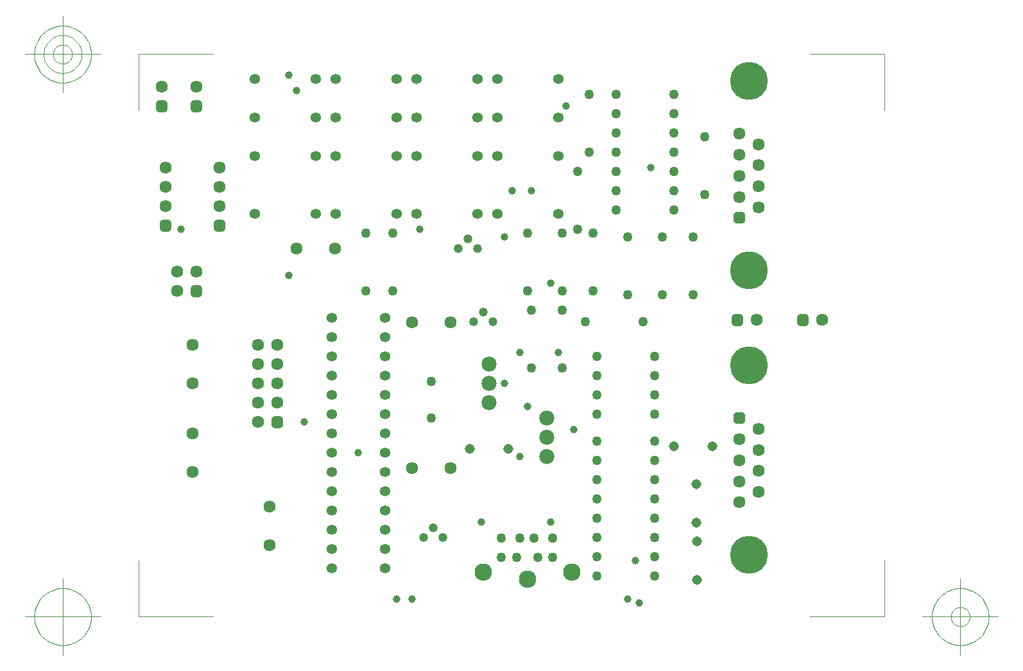
<source format=gbr>
G04 Generated by Ultiboard *
%FSLAX25Y25*%
%MOIN*%

%ADD13C,0.00394*%
%ADD15C,0.03937*%
%ADD23C,0.05000*%
%ADD26C,0.05337*%
%ADD19C,0.07834*%
%ADD16C,0.04943*%
%ADD17C,0.09055*%
%ADD18C,0.06334*%
%ADD24R,0.02083X0.02083*%
%ADD25C,0.03917*%
%ADD27C,0.04666*%
%ADD28C,0.05166*%
%ADD20C,0.19666*%
%ADD21R,0.02667X0.02667*%
%ADD22C,0.03333*%


%LNSolder Mask Bottom*%
%LPD*%
%FSLAX25Y25*%
%MOIN*%
G54D13*
X44000Y108994D02*
X44000Y138194D01*
X44000Y108994D02*
X82751Y108994D01*
X431507Y108994D02*
X392757Y108994D01*
X431507Y108994D02*
X431507Y138194D01*
X431507Y401000D02*
X431507Y371799D01*
X431507Y401000D02*
X392757Y401000D01*
X44000Y401000D02*
X82751Y401000D01*
X44000Y401000D02*
X44000Y371799D01*
X24315Y108994D02*
X-15055Y108994D01*
X4630Y89309D02*
X4630Y128679D01*
X19394Y108994D02*
X19323Y110441D01*
X19323Y110441D02*
X19110Y111874D01*
X19110Y111874D02*
X18758Y113279D01*
X18758Y113279D02*
X18270Y114644D01*
X18270Y114644D02*
X17650Y115953D01*
X17650Y115953D02*
X16906Y117196D01*
X16906Y117196D02*
X16042Y118360D01*
X16042Y118360D02*
X15069Y119433D01*
X15069Y119433D02*
X13996Y120406D01*
X13996Y120406D02*
X12832Y121269D01*
X12832Y121269D02*
X11590Y122014D01*
X11590Y122014D02*
X10280Y122634D01*
X10280Y122634D02*
X8916Y123122D01*
X8916Y123122D02*
X7510Y123474D01*
X7510Y123474D02*
X6077Y123686D01*
X6077Y123686D02*
X4630Y123757D01*
X4630Y123757D02*
X3183Y123686D01*
X3183Y123686D02*
X1750Y123474D01*
X1750Y123474D02*
X344Y123122D01*
X344Y123122D02*
X-1020Y122634D01*
X-1020Y122634D02*
X-2330Y122014D01*
X-2330Y122014D02*
X-3572Y121269D01*
X-3572Y121269D02*
X-4736Y120406D01*
X-4736Y120406D02*
X-5810Y119433D01*
X-5810Y119433D02*
X-6783Y118360D01*
X-6783Y118360D02*
X-7646Y117196D01*
X-7646Y117196D02*
X-8391Y115953D01*
X-8391Y115953D02*
X-9010Y114644D01*
X-9010Y114644D02*
X-9498Y113279D01*
X-9498Y113279D02*
X-9850Y111874D01*
X-9850Y111874D02*
X-10063Y110441D01*
X-10063Y110441D02*
X-10134Y108994D01*
X-10134Y108994D02*
X-10063Y107547D01*
X-10063Y107547D02*
X-9850Y106113D01*
X-9850Y106113D02*
X-9498Y104708D01*
X-9498Y104708D02*
X-9010Y103344D01*
X-9010Y103344D02*
X-8391Y102034D01*
X-8391Y102034D02*
X-7646Y100791D01*
X-7646Y100791D02*
X-6783Y99628D01*
X-6783Y99628D02*
X-5810Y98554D01*
X-5810Y98554D02*
X-4736Y97581D01*
X-4736Y97581D02*
X-3572Y96718D01*
X-3572Y96718D02*
X-2330Y95973D01*
X-2330Y95973D02*
X-1020Y95354D01*
X-1020Y95354D02*
X344Y94866D01*
X344Y94866D02*
X1750Y94514D01*
X1750Y94514D02*
X3183Y94301D01*
X3183Y94301D02*
X4630Y94230D01*
X4630Y94230D02*
X6077Y94301D01*
X6077Y94301D02*
X7510Y94514D01*
X7510Y94514D02*
X8916Y94866D01*
X8916Y94866D02*
X10280Y95354D01*
X10280Y95354D02*
X11590Y95973D01*
X11590Y95973D02*
X12832Y96718D01*
X12832Y96718D02*
X13996Y97581D01*
X13996Y97581D02*
X15069Y98554D01*
X15069Y98554D02*
X16042Y99628D01*
X16042Y99628D02*
X16906Y100791D01*
X16906Y100791D02*
X17650Y102034D01*
X17650Y102034D02*
X18270Y103344D01*
X18270Y103344D02*
X18758Y104708D01*
X18758Y104708D02*
X19110Y106113D01*
X19110Y106113D02*
X19323Y107547D01*
X19323Y107547D02*
X19394Y108994D01*
X451193Y108994D02*
X490563Y108994D01*
X470878Y89309D02*
X470878Y128679D01*
X485641Y108994D02*
X485570Y110441D01*
X485570Y110441D02*
X485358Y111874D01*
X485358Y111874D02*
X485006Y113279D01*
X485006Y113279D02*
X484518Y114644D01*
X484518Y114644D02*
X483898Y115953D01*
X483898Y115953D02*
X483153Y117196D01*
X483153Y117196D02*
X482290Y118360D01*
X482290Y118360D02*
X481317Y119433D01*
X481317Y119433D02*
X480244Y120406D01*
X480244Y120406D02*
X479080Y121269D01*
X479080Y121269D02*
X477837Y122014D01*
X477837Y122014D02*
X476527Y122634D01*
X476527Y122634D02*
X475163Y123122D01*
X475163Y123122D02*
X473758Y123474D01*
X473758Y123474D02*
X472325Y123686D01*
X472325Y123686D02*
X470878Y123757D01*
X470878Y123757D02*
X469430Y123686D01*
X469430Y123686D02*
X467997Y123474D01*
X467997Y123474D02*
X466592Y123122D01*
X466592Y123122D02*
X465228Y122634D01*
X465228Y122634D02*
X463918Y122014D01*
X463918Y122014D02*
X462675Y121269D01*
X462675Y121269D02*
X461512Y120406D01*
X461512Y120406D02*
X460438Y119433D01*
X460438Y119433D02*
X459465Y118360D01*
X459465Y118360D02*
X458602Y117196D01*
X458602Y117196D02*
X457857Y115953D01*
X457857Y115953D02*
X457238Y114644D01*
X457238Y114644D02*
X456750Y113279D01*
X456750Y113279D02*
X456397Y111874D01*
X456397Y111874D02*
X456185Y110441D01*
X456185Y110441D02*
X456114Y108994D01*
X456114Y108994D02*
X456185Y107547D01*
X456185Y107547D02*
X456397Y106113D01*
X456397Y106113D02*
X456750Y104708D01*
X456750Y104708D02*
X457238Y103344D01*
X457238Y103344D02*
X457857Y102034D01*
X457857Y102034D02*
X458602Y100791D01*
X458602Y100791D02*
X459465Y99628D01*
X459465Y99628D02*
X460438Y98554D01*
X460438Y98554D02*
X461512Y97581D01*
X461512Y97581D02*
X462675Y96718D01*
X462675Y96718D02*
X463918Y95973D01*
X463918Y95973D02*
X465228Y95354D01*
X465228Y95354D02*
X466592Y94866D01*
X466592Y94866D02*
X467997Y94514D01*
X467997Y94514D02*
X469430Y94301D01*
X469430Y94301D02*
X470878Y94230D01*
X470878Y94230D02*
X472325Y94301D01*
X472325Y94301D02*
X473758Y94514D01*
X473758Y94514D02*
X475163Y94866D01*
X475163Y94866D02*
X476527Y95354D01*
X476527Y95354D02*
X477837Y95973D01*
X477837Y95973D02*
X479080Y96718D01*
X479080Y96718D02*
X480244Y97581D01*
X480244Y97581D02*
X481317Y98554D01*
X481317Y98554D02*
X482290Y99628D01*
X482290Y99628D02*
X483153Y100791D01*
X483153Y100791D02*
X483898Y102034D01*
X483898Y102034D02*
X484518Y103344D01*
X484518Y103344D02*
X485006Y104708D01*
X485006Y104708D02*
X485358Y106113D01*
X485358Y106113D02*
X485570Y107547D01*
X485570Y107547D02*
X485641Y108994D01*
X475799Y108994D02*
X475775Y109476D01*
X475775Y109476D02*
X475704Y109954D01*
X475704Y109954D02*
X475587Y110422D01*
X475587Y110422D02*
X475424Y110877D01*
X475424Y110877D02*
X475218Y111314D01*
X475218Y111314D02*
X474969Y111728D01*
X474969Y111728D02*
X474682Y112116D01*
X474682Y112116D02*
X474357Y112474D01*
X474357Y112474D02*
X474000Y112798D01*
X474000Y112798D02*
X473612Y113086D01*
X473612Y113086D02*
X473197Y113334D01*
X473197Y113334D02*
X472761Y113540D01*
X472761Y113540D02*
X472306Y113703D01*
X472306Y113703D02*
X471838Y113820D01*
X471838Y113820D02*
X471360Y113891D01*
X471360Y113891D02*
X470878Y113915D01*
X470878Y113915D02*
X470395Y113891D01*
X470395Y113891D02*
X469917Y113820D01*
X469917Y113820D02*
X469449Y113703D01*
X469449Y113703D02*
X468994Y113540D01*
X468994Y113540D02*
X468558Y113334D01*
X468558Y113334D02*
X468143Y113086D01*
X468143Y113086D02*
X467756Y112798D01*
X467756Y112798D02*
X467398Y112474D01*
X467398Y112474D02*
X467073Y112116D01*
X467073Y112116D02*
X466786Y111728D01*
X466786Y111728D02*
X466537Y111314D01*
X466537Y111314D02*
X466331Y110877D01*
X466331Y110877D02*
X466168Y110422D01*
X466168Y110422D02*
X466051Y109954D01*
X466051Y109954D02*
X465980Y109476D01*
X465980Y109476D02*
X465956Y108994D01*
X465956Y108994D02*
X465980Y108511D01*
X465980Y108511D02*
X466051Y108034D01*
X466051Y108034D02*
X466168Y107565D01*
X466168Y107565D02*
X466331Y107110D01*
X466331Y107110D02*
X466537Y106674D01*
X466537Y106674D02*
X466786Y106260D01*
X466786Y106260D02*
X467073Y105872D01*
X467073Y105872D02*
X467398Y105514D01*
X467398Y105514D02*
X467756Y105190D01*
X467756Y105190D02*
X468143Y104902D01*
X468143Y104902D02*
X468558Y104654D01*
X468558Y104654D02*
X468994Y104447D01*
X468994Y104447D02*
X469449Y104284D01*
X469449Y104284D02*
X469917Y104167D01*
X469917Y104167D02*
X470395Y104096D01*
X470395Y104096D02*
X470878Y104072D01*
X470878Y104072D02*
X471360Y104096D01*
X471360Y104096D02*
X471838Y104167D01*
X471838Y104167D02*
X472306Y104284D01*
X472306Y104284D02*
X472761Y104447D01*
X472761Y104447D02*
X473197Y104654D01*
X473197Y104654D02*
X473612Y104902D01*
X473612Y104902D02*
X474000Y105190D01*
X474000Y105190D02*
X474357Y105514D01*
X474357Y105514D02*
X474682Y105872D01*
X474682Y105872D02*
X474969Y106260D01*
X474969Y106260D02*
X475218Y106674D01*
X475218Y106674D02*
X475424Y107110D01*
X475424Y107110D02*
X475587Y107565D01*
X475587Y107565D02*
X475704Y108034D01*
X475704Y108034D02*
X475775Y108511D01*
X475775Y108511D02*
X475799Y108994D01*
X24315Y401000D02*
X-15055Y401000D01*
X4630Y381315D02*
X4630Y420685D01*
X19394Y401000D02*
X19323Y402447D01*
X19323Y402447D02*
X19110Y403880D01*
X19110Y403880D02*
X18758Y405286D01*
X18758Y405286D02*
X18270Y406650D01*
X18270Y406650D02*
X17650Y407960D01*
X17650Y407960D02*
X16906Y409202D01*
X16906Y409202D02*
X16042Y410366D01*
X16042Y410366D02*
X15069Y411440D01*
X15069Y411440D02*
X13996Y412413D01*
X13996Y412413D02*
X12832Y413276D01*
X12832Y413276D02*
X11590Y414020D01*
X11590Y414020D02*
X10280Y414640D01*
X10280Y414640D02*
X8916Y415128D01*
X8916Y415128D02*
X7510Y415480D01*
X7510Y415480D02*
X6077Y415693D01*
X6077Y415693D02*
X4630Y415764D01*
X4630Y415764D02*
X3183Y415693D01*
X3183Y415693D02*
X1750Y415480D01*
X1750Y415480D02*
X344Y415128D01*
X344Y415128D02*
X-1020Y414640D01*
X-1020Y414640D02*
X-2330Y414020D01*
X-2330Y414020D02*
X-3572Y413276D01*
X-3572Y413276D02*
X-4736Y412413D01*
X-4736Y412413D02*
X-5810Y411440D01*
X-5810Y411440D02*
X-6783Y410366D01*
X-6783Y410366D02*
X-7646Y409202D01*
X-7646Y409202D02*
X-8391Y407960D01*
X-8391Y407960D02*
X-9010Y406650D01*
X-9010Y406650D02*
X-9498Y405286D01*
X-9498Y405286D02*
X-9850Y403880D01*
X-9850Y403880D02*
X-10063Y402447D01*
X-10063Y402447D02*
X-10134Y401000D01*
X-10134Y401000D02*
X-10063Y399553D01*
X-10063Y399553D02*
X-9850Y398120D01*
X-9850Y398120D02*
X-9498Y396714D01*
X-9498Y396714D02*
X-9010Y395350D01*
X-9010Y395350D02*
X-8391Y394040D01*
X-8391Y394040D02*
X-7646Y392798D01*
X-7646Y392798D02*
X-6783Y391634D01*
X-6783Y391634D02*
X-5810Y390560D01*
X-5810Y390560D02*
X-4736Y389587D01*
X-4736Y389587D02*
X-3572Y388724D01*
X-3572Y388724D02*
X-2330Y387980D01*
X-2330Y387980D02*
X-1020Y387360D01*
X-1020Y387360D02*
X344Y386872D01*
X344Y386872D02*
X1750Y386520D01*
X1750Y386520D02*
X3183Y386307D01*
X3183Y386307D02*
X4630Y386236D01*
X4630Y386236D02*
X6077Y386307D01*
X6077Y386307D02*
X7510Y386520D01*
X7510Y386520D02*
X8916Y386872D01*
X8916Y386872D02*
X10280Y387360D01*
X10280Y387360D02*
X11590Y387980D01*
X11590Y387980D02*
X12832Y388724D01*
X12832Y388724D02*
X13996Y389587D01*
X13996Y389587D02*
X15069Y390560D01*
X15069Y390560D02*
X16042Y391634D01*
X16042Y391634D02*
X16906Y392798D01*
X16906Y392798D02*
X17650Y394040D01*
X17650Y394040D02*
X18270Y395350D01*
X18270Y395350D02*
X18758Y396714D01*
X18758Y396714D02*
X19110Y398120D01*
X19110Y398120D02*
X19323Y399553D01*
X19323Y399553D02*
X19394Y401000D01*
X14472Y401000D02*
X14425Y401965D01*
X14425Y401965D02*
X14283Y402920D01*
X14283Y402920D02*
X14049Y403857D01*
X14049Y403857D02*
X13723Y404767D01*
X13723Y404767D02*
X13310Y405640D01*
X13310Y405640D02*
X12814Y406468D01*
X12814Y406468D02*
X12238Y407244D01*
X12238Y407244D02*
X11590Y407960D01*
X11590Y407960D02*
X10874Y408608D01*
X10874Y408608D02*
X10098Y409184D01*
X10098Y409184D02*
X9270Y409680D01*
X9270Y409680D02*
X8396Y410093D01*
X8396Y410093D02*
X7487Y410419D01*
X7487Y410419D02*
X6550Y410653D01*
X6550Y410653D02*
X5595Y410795D01*
X5595Y410795D02*
X4630Y410843D01*
X4630Y410843D02*
X3665Y410795D01*
X3665Y410795D02*
X2710Y410653D01*
X2710Y410653D02*
X1773Y410419D01*
X1773Y410419D02*
X863Y410093D01*
X863Y410093D02*
X-10Y409680D01*
X-10Y409680D02*
X-838Y409184D01*
X-838Y409184D02*
X-1614Y408608D01*
X-1614Y408608D02*
X-2330Y407960D01*
X-2330Y407960D02*
X-2978Y407244D01*
X-2978Y407244D02*
X-3554Y406468D01*
X-3554Y406468D02*
X-4050Y405640D01*
X-4050Y405640D02*
X-4463Y404767D01*
X-4463Y404767D02*
X-4789Y403857D01*
X-4789Y403857D02*
X-5023Y402920D01*
X-5023Y402920D02*
X-5165Y401965D01*
X-5165Y401965D02*
X-5213Y401000D01*
X-5213Y401000D02*
X-5165Y400035D01*
X-5165Y400035D02*
X-5023Y399080D01*
X-5023Y399080D02*
X-4789Y398143D01*
X-4789Y398143D02*
X-4463Y397233D01*
X-4463Y397233D02*
X-4050Y396360D01*
X-4050Y396360D02*
X-3554Y395532D01*
X-3554Y395532D02*
X-2978Y394756D01*
X-2978Y394756D02*
X-2330Y394040D01*
X-2330Y394040D02*
X-1614Y393392D01*
X-1614Y393392D02*
X-838Y392816D01*
X-838Y392816D02*
X-10Y392320D01*
X-10Y392320D02*
X863Y391907D01*
X863Y391907D02*
X1773Y391581D01*
X1773Y391581D02*
X2710Y391347D01*
X2710Y391347D02*
X3665Y391205D01*
X3665Y391205D02*
X4630Y391157D01*
X4630Y391157D02*
X5595Y391205D01*
X5595Y391205D02*
X6550Y391347D01*
X6550Y391347D02*
X7487Y391581D01*
X7487Y391581D02*
X8396Y391907D01*
X8396Y391907D02*
X9270Y392320D01*
X9270Y392320D02*
X10098Y392816D01*
X10098Y392816D02*
X10874Y393392D01*
X10874Y393392D02*
X11590Y394040D01*
X11590Y394040D02*
X12238Y394756D01*
X12238Y394756D02*
X12814Y395532D01*
X12814Y395532D02*
X13310Y396360D01*
X13310Y396360D02*
X13723Y397233D01*
X13723Y397233D02*
X14049Y398143D01*
X14049Y398143D02*
X14283Y399080D01*
X14283Y399080D02*
X14425Y400035D01*
X14425Y400035D02*
X14472Y401000D01*
X9551Y401000D02*
X9527Y401482D01*
X9527Y401482D02*
X9457Y401960D01*
X9457Y401960D02*
X9339Y402429D01*
X9339Y402429D02*
X9177Y402883D01*
X9177Y402883D02*
X8970Y403320D01*
X8970Y403320D02*
X8722Y403734D01*
X8722Y403734D02*
X8434Y404122D01*
X8434Y404122D02*
X8110Y404480D01*
X8110Y404480D02*
X7752Y404804D01*
X7752Y404804D02*
X7364Y405092D01*
X7364Y405092D02*
X6950Y405340D01*
X6950Y405340D02*
X6513Y405547D01*
X6513Y405547D02*
X6058Y405709D01*
X6058Y405709D02*
X5590Y405827D01*
X5590Y405827D02*
X5112Y405898D01*
X5112Y405898D02*
X4630Y405921D01*
X4630Y405921D02*
X4148Y405898D01*
X4148Y405898D02*
X3670Y405827D01*
X3670Y405827D02*
X3201Y405709D01*
X3201Y405709D02*
X2747Y405547D01*
X2747Y405547D02*
X2310Y405340D01*
X2310Y405340D02*
X1896Y405092D01*
X1896Y405092D02*
X1508Y404804D01*
X1508Y404804D02*
X1150Y404480D01*
X1150Y404480D02*
X826Y404122D01*
X826Y404122D02*
X538Y403734D01*
X538Y403734D02*
X290Y403320D01*
X290Y403320D02*
X83Y402883D01*
X83Y402883D02*
X-79Y402429D01*
X-79Y402429D02*
X-197Y401960D01*
X-197Y401960D02*
X-268Y401482D01*
X-268Y401482D02*
X-291Y401000D01*
X-291Y401000D02*
X-268Y400518D01*
X-268Y400518D02*
X-197Y400040D01*
X-197Y400040D02*
X-79Y399571D01*
X-79Y399571D02*
X83Y399117D01*
X83Y399117D02*
X290Y398680D01*
X290Y398680D02*
X538Y398266D01*
X538Y398266D02*
X826Y397878D01*
X826Y397878D02*
X1150Y397520D01*
X1150Y397520D02*
X1508Y397196D01*
X1508Y397196D02*
X1896Y396908D01*
X1896Y396908D02*
X2310Y396660D01*
X2310Y396660D02*
X2747Y396453D01*
X2747Y396453D02*
X3201Y396291D01*
X3201Y396291D02*
X3670Y396173D01*
X3670Y396173D02*
X4148Y396102D01*
X4148Y396102D02*
X4630Y396079D01*
X4630Y396079D02*
X5112Y396102D01*
X5112Y396102D02*
X5590Y396173D01*
X5590Y396173D02*
X6058Y396291D01*
X6058Y396291D02*
X6513Y396453D01*
X6513Y396453D02*
X6950Y396660D01*
X6950Y396660D02*
X7364Y396908D01*
X7364Y396908D02*
X7752Y397196D01*
X7752Y397196D02*
X8110Y397520D01*
X8110Y397520D02*
X8434Y397878D01*
X8434Y397878D02*
X8722Y398266D01*
X8722Y398266D02*
X8970Y398680D01*
X8970Y398680D02*
X9177Y399117D01*
X9177Y399117D02*
X9339Y399571D01*
X9339Y399571D02*
X9457Y400040D01*
X9457Y400040D02*
X9527Y400518D01*
X9527Y400518D02*
X9551Y401000D01*
G54D15*
X178000Y118000D03*
X186000Y118000D03*
X158000Y194000D03*
X130000Y210000D03*
X222000Y158000D03*
X246000Y218000D03*
X242000Y192000D03*
X234000Y230000D03*
X242000Y246000D03*
X126000Y382000D03*
X66000Y310000D03*
X122000Y286000D03*
X122000Y390000D03*
X190000Y310000D03*
X234000Y306000D03*
X238000Y330000D03*
X248000Y330000D03*
X298000Y118000D03*
X304000Y116000D03*
X258000Y158000D03*
X302000Y138000D03*
X270000Y206000D03*
X262000Y246000D03*
X258000Y282000D03*
X266000Y374000D03*
X310000Y342000D03*
G54D23*
X246000Y278000D03*
X246000Y308000D03*
X248000Y238000D03*
X248000Y268000D03*
X196000Y212000D03*
X196000Y231167D03*
X162000Y278000D03*
X162000Y308000D03*
X176000Y278000D03*
X176000Y308000D03*
X264000Y238000D03*
X264000Y268000D03*
X312000Y190000D03*
X312000Y160000D03*
X312000Y140000D03*
X312000Y130000D03*
X312000Y150000D03*
X312000Y170000D03*
X312000Y180000D03*
X312000Y200000D03*
X282000Y190000D03*
X282000Y160000D03*
X282000Y140000D03*
X282000Y130000D03*
X282000Y150000D03*
X282000Y170000D03*
X282000Y180000D03*
X282000Y200000D03*
X312000Y214000D03*
X312000Y234000D03*
X312000Y224000D03*
X312000Y244000D03*
X282000Y214000D03*
X282000Y234000D03*
X282000Y224000D03*
X282000Y244000D03*
X292000Y380000D03*
X292000Y330000D03*
X292000Y320000D03*
X292000Y340000D03*
X292000Y360000D03*
X292000Y350000D03*
X292000Y370000D03*
X322000Y380000D03*
X322000Y330000D03*
X322000Y320000D03*
X322000Y340000D03*
X322000Y360000D03*
X322000Y350000D03*
X322000Y370000D03*
X278000Y380000D03*
X278000Y350000D03*
X316000Y276000D03*
X316000Y306000D03*
X272000Y310000D03*
X272000Y340000D03*
X276000Y262000D03*
X306000Y262000D03*
X280000Y278000D03*
X280000Y308000D03*
X264000Y278000D03*
X264000Y308000D03*
X298000Y276000D03*
X298000Y306000D03*
X332000Y276000D03*
X332000Y306000D03*
X338000Y328000D03*
X338000Y358000D03*
G54D26*
X230567Y318000D03*
X230567Y348000D03*
X230567Y368000D03*
X230567Y388000D03*
X262063Y318000D03*
X262063Y348000D03*
X262063Y368000D03*
X262063Y388000D03*
X144441Y254000D03*
X172000Y254000D03*
X144441Y144000D03*
X144441Y134000D03*
X144441Y154000D03*
X144441Y184000D03*
X144441Y174000D03*
X144441Y164000D03*
X172000Y154000D03*
X172000Y144000D03*
X172000Y134000D03*
X172000Y174000D03*
X172000Y164000D03*
X172000Y184000D03*
X144441Y224000D03*
X144441Y204000D03*
X144441Y214000D03*
X144441Y194000D03*
X144441Y234000D03*
X144441Y244000D03*
X172000Y224000D03*
X172000Y194000D03*
X172000Y214000D03*
X172000Y204000D03*
X172000Y234000D03*
X172000Y244000D03*
X144441Y264000D03*
X172000Y264000D03*
X104567Y318000D03*
X104567Y348000D03*
X104567Y368000D03*
X104567Y388000D03*
X136063Y318000D03*
X136063Y348000D03*
X136063Y368000D03*
X136063Y388000D03*
X146567Y318000D03*
X178063Y318000D03*
X146567Y348000D03*
X146567Y368000D03*
X178063Y348000D03*
X178063Y368000D03*
X146567Y388000D03*
X178063Y388000D03*
X188567Y318000D03*
X188567Y348000D03*
X188567Y368000D03*
X220063Y318000D03*
X220063Y348000D03*
X220063Y368000D03*
X188567Y388000D03*
X220063Y388000D03*
G54D19*
X256000Y192000D03*
X256000Y202000D03*
X256000Y212000D03*
X226000Y220000D03*
X226000Y240000D03*
X226000Y230000D03*
G54D16*
X251307Y139906D03*
X232409Y139906D03*
X232409Y149748D03*
X240323Y139906D03*
X249339Y149748D03*
X242252Y149748D03*
X259181Y139906D03*
X259181Y149748D03*
G54D17*
X246000Y128488D03*
X223000Y132000D03*
X269000Y132000D03*
G54D18*
X72000Y250000D03*
X72000Y230000D03*
X106000Y250000D03*
X116000Y250000D03*
X116000Y220000D03*
X106000Y220000D03*
X106000Y210000D03*
X106000Y230000D03*
X106000Y240000D03*
X116000Y230000D03*
X116000Y240000D03*
X112000Y146000D03*
X112000Y166000D03*
X72000Y184000D03*
X72000Y204000D03*
X186000Y186000D03*
X206000Y186000D03*
X126000Y300000D03*
X146000Y300000D03*
X56000Y384000D03*
X74000Y384000D03*
X64000Y288000D03*
X64000Y278000D03*
X74000Y288000D03*
X58000Y332000D03*
X58000Y322000D03*
X58000Y342000D03*
X86000Y332000D03*
X86000Y322000D03*
X86000Y342000D03*
X186004Y261953D03*
X206004Y261953D03*
X366000Y173750D03*
X366000Y184667D03*
X366000Y206500D03*
X366000Y195583D03*
X356000Y190167D03*
X356000Y168333D03*
X356000Y179250D03*
X356000Y201083D03*
X366000Y343333D03*
X366000Y332417D03*
X366000Y321500D03*
X366000Y354250D03*
X356000Y348750D03*
X356000Y326917D03*
X356000Y337833D03*
X356000Y359667D03*
X365000Y263000D03*
X399000Y263000D03*
G54D24*
X116000Y210000D03*
X56000Y374000D03*
X74000Y374000D03*
X74000Y278000D03*
X58000Y312000D03*
X86000Y312000D03*
X355000Y263000D03*
X389000Y263000D03*
G54D25*
X114959Y208959D02*
X117041Y208959D01*
X117041Y211041D01*
X114959Y211041D01*
X114959Y208959D01*D02*
X54959Y372959D02*
X57041Y372959D01*
X57041Y375041D01*
X54959Y375041D01*
X54959Y372959D01*D02*
X72959Y372959D02*
X75041Y372959D01*
X75041Y375041D01*
X72959Y375041D01*
X72959Y372959D01*D02*
X72959Y276959D02*
X75041Y276959D01*
X75041Y279041D01*
X72959Y279041D01*
X72959Y276959D01*D02*
X56959Y310959D02*
X59041Y310959D01*
X59041Y313041D01*
X56959Y313041D01*
X56959Y310959D01*D02*
X84959Y310959D02*
X87041Y310959D01*
X87041Y313041D01*
X84959Y313041D01*
X84959Y310959D01*D02*
X353959Y261959D02*
X356041Y261959D01*
X356041Y264041D01*
X353959Y264041D01*
X353959Y261959D01*D02*
X387959Y261959D02*
X390041Y261959D01*
X390041Y264041D01*
X387959Y264041D01*
X387959Y261959D01*D02*
G54D27*
X218000Y262000D03*
X223000Y267000D03*
X228000Y262000D03*
X192000Y150000D03*
X202000Y150000D03*
X197000Y155000D03*
X220000Y300000D03*
X210000Y300000D03*
X215000Y305000D03*
G54D28*
X216000Y196000D03*
X236000Y196000D03*
X334000Y128000D03*
X334000Y148000D03*
X322000Y197606D03*
X342000Y197606D03*
X333803Y157803D03*
X333803Y177803D03*
G54D20*
X361000Y141000D03*
X361000Y239417D03*
X361000Y387083D03*
X361000Y288667D03*
G54D21*
X356000Y212000D03*
X356000Y316000D03*
G54D22*
X354667Y210667D02*
X357333Y210667D01*
X357333Y213333D01*
X354667Y213333D01*
X354667Y210667D01*D02*
X354667Y314667D02*
X357333Y314667D01*
X357333Y317333D01*
X354667Y317333D01*
X354667Y314667D01*D02*

M00*

</source>
